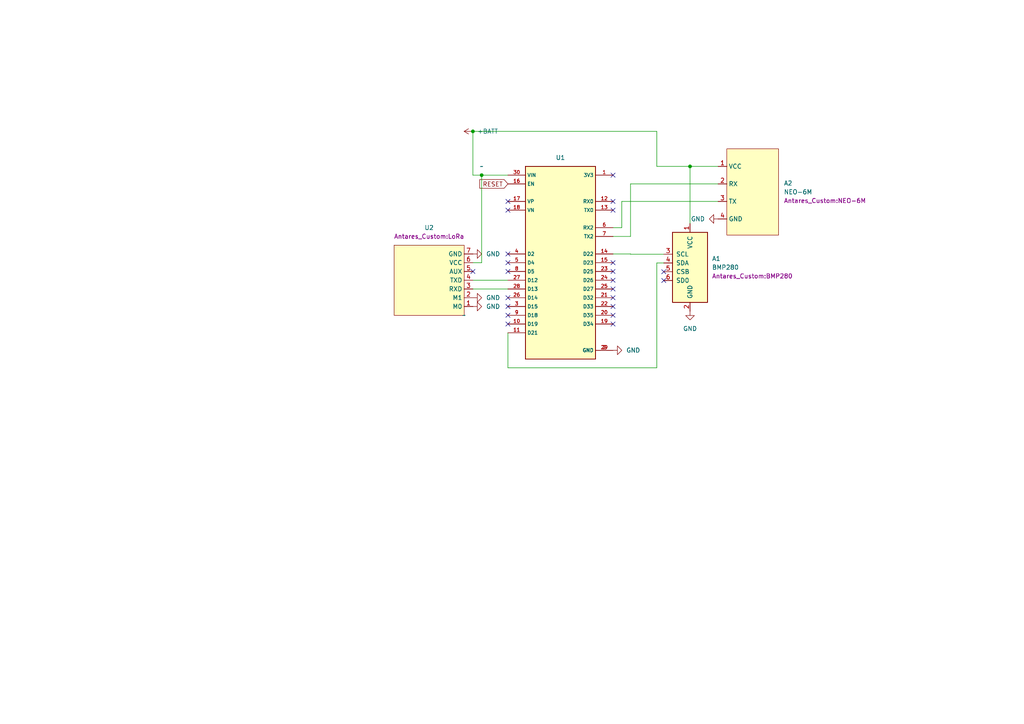
<source format=kicad_sch>
(kicad_sch
	(version 20231120)
	(generator "eeschema")
	(generator_version "8.0")
	(uuid "ee314b7e-1417-4534-a761-17626bd73253")
	(paper "A4")
	(lib_symbols
		(symbol "Antares_Custom:BMP280"
			(pin_names
				(offset 1.016)
			)
			(exclude_from_sim no)
			(in_bom yes)
			(on_board yes)
			(property "Reference" "A"
				(at -5.08 11.43 0)
				(effects
					(font
						(size 1.27 1.27)
					)
				)
			)
			(property "Value" "BMP280"
				(at 10.16 7.62 0)
				(effects
					(font
						(size 1.27 1.27)
					)
				)
			)
			(property "Footprint" "Antares_Custom:BMP280"
				(at 17.78 5.08 0)
				(effects
					(font
						(size 1.27 1.27)
					)
				)
			)
			(property "Datasheet" ""
				(at -5.08 11.43 0)
				(effects
					(font
						(size 1.27 1.27)
					)
					(hide yes)
				)
			)
			(property "Description" ""
				(at 0 0 0)
				(effects
					(font
						(size 1.27 1.27)
					)
					(hide yes)
				)
			)
			(symbol "BMP280_0_1"
				(rectangle
					(start -5.08 10.16)
					(end 5.08 -10.16)
					(stroke
						(width 0.254)
						(type solid)
					)
					(fill
						(type background)
					)
				)
			)
			(symbol "BMP280_1_1"
				(pin power_in line
					(at 0 12.7 270)
					(length 2.54)
					(name "VCC"
						(effects
							(font
								(size 1.27 1.27)
							)
						)
					)
					(number "1"
						(effects
							(font
								(size 1.27 1.27)
							)
						)
					)
				)
				(pin power_in line
					(at 0 -12.7 90)
					(length 2.54)
					(name "GND"
						(effects
							(font
								(size 1.27 1.27)
							)
						)
					)
					(number "2"
						(effects
							(font
								(size 1.27 1.27)
							)
						)
					)
				)
				(pin input line
					(at -7.62 3.81 0)
					(length 2.54)
					(name "SCL"
						(effects
							(font
								(size 1.27 1.27)
							)
						)
					)
					(number "3"
						(effects
							(font
								(size 1.27 1.27)
							)
						)
					)
				)
				(pin bidirectional line
					(at -7.62 1.27 0)
					(length 2.54)
					(name "SDA"
						(effects
							(font
								(size 1.27 1.27)
							)
						)
					)
					(number "4"
						(effects
							(font
								(size 1.27 1.27)
							)
						)
					)
				)
				(pin input line
					(at -7.62 -1.27 0)
					(length 2.54)
					(name "CSB"
						(effects
							(font
								(size 1.27 1.27)
							)
						)
					)
					(number "5"
						(effects
							(font
								(size 1.27 1.27)
							)
						)
					)
				)
				(pin input line
					(at -7.62 -3.81 0)
					(length 2.54)
					(name "SD0"
						(effects
							(font
								(size 1.27 1.27)
							)
						)
					)
					(number "6"
						(effects
							(font
								(size 1.27 1.27)
							)
						)
					)
				)
			)
		)
		(symbol "Antares_Custom:ESP32_Dev_Kit_1"
			(exclude_from_sim no)
			(in_bom yes)
			(on_board yes)
			(property "Reference" "U"
				(at 0 0 0)
				(effects
					(font
						(size 1.27 1.27)
					)
				)
			)
			(property "Value" ""
				(at 0 0 0)
				(effects
					(font
						(size 1.27 1.27)
					)
				)
			)
			(property "Footprint" "Antares_Custom:MODULE_ESP32_DEVKIT_V1"
				(at 0 0 0)
				(effects
					(font
						(size 1.27 1.27)
					)
					(hide yes)
				)
			)
			(property "Datasheet" ""
				(at 0 0 0)
				(effects
					(font
						(size 1.27 1.27)
					)
					(hide yes)
				)
			)
			(property "Description" ""
				(at 0 0 0)
				(effects
					(font
						(size 1.27 1.27)
					)
					(hide yes)
				)
			)
			(symbol "ESP32_Dev_Kit_1_0_0"
				(rectangle
					(start 12.7 0)
					(end 33.02 -55.88)
					(stroke
						(width 0.254)
						(type default)
					)
					(fill
						(type background)
					)
				)
				(pin output line
					(at 38.1 -2.54 180)
					(length 5.08)
					(name "3V3"
						(effects
							(font
								(size 1.016 1.016)
							)
						)
					)
					(number "1"
						(effects
							(font
								(size 1.016 1.016)
							)
						)
					)
				)
				(pin bidirectional line
					(at 7.62 -45.72 0)
					(length 5.08)
					(name "D19"
						(effects
							(font
								(size 1.016 1.016)
							)
						)
					)
					(number "10"
						(effects
							(font
								(size 1.016 1.016)
							)
						)
					)
				)
				(pin bidirectional line
					(at 7.62 -48.26 0)
					(length 5.08)
					(name "D21"
						(effects
							(font
								(size 1.016 1.016)
							)
						)
					)
					(number "11"
						(effects
							(font
								(size 1.016 1.016)
							)
						)
					)
				)
				(pin input line
					(at 38.1 -10.16 180)
					(length 5.08)
					(name "RX0"
						(effects
							(font
								(size 1.016 1.016)
							)
						)
					)
					(number "12"
						(effects
							(font
								(size 1.016 1.016)
							)
						)
					)
				)
				(pin output line
					(at 38.1 -12.7 180)
					(length 5.08)
					(name "TX0"
						(effects
							(font
								(size 1.016 1.016)
							)
						)
					)
					(number "13"
						(effects
							(font
								(size 1.016 1.016)
							)
						)
					)
				)
				(pin bidirectional line
					(at 38.1 -25.4 180)
					(length 5.08)
					(name "D22"
						(effects
							(font
								(size 1.016 1.016)
							)
						)
					)
					(number "14"
						(effects
							(font
								(size 1.016 1.016)
							)
						)
					)
				)
				(pin bidirectional line
					(at 38.1 -27.94 180)
					(length 5.08)
					(name "D23"
						(effects
							(font
								(size 1.016 1.016)
							)
						)
					)
					(number "15"
						(effects
							(font
								(size 1.016 1.016)
							)
						)
					)
				)
				(pin input line
					(at 7.62 -5.08 0)
					(length 5.08)
					(name "EN"
						(effects
							(font
								(size 1.016 1.016)
							)
						)
					)
					(number "16"
						(effects
							(font
								(size 1.016 1.016)
							)
						)
					)
				)
				(pin bidirectional line
					(at 7.62 -10.16 0)
					(length 5.08)
					(name "VP"
						(effects
							(font
								(size 1.016 1.016)
							)
						)
					)
					(number "17"
						(effects
							(font
								(size 1.016 1.016)
							)
						)
					)
				)
				(pin bidirectional line
					(at 7.62 -12.7 0)
					(length 5.08)
					(name "VN"
						(effects
							(font
								(size 1.016 1.016)
							)
						)
					)
					(number "18"
						(effects
							(font
								(size 1.016 1.016)
							)
						)
					)
				)
				(pin bidirectional line
					(at 38.1 -45.72 180)
					(length 5.08)
					(name "D34"
						(effects
							(font
								(size 1.016 1.016)
							)
						)
					)
					(number "19"
						(effects
							(font
								(size 1.016 1.016)
							)
						)
					)
				)
				(pin power_in line
					(at 38.1 -53.34 180)
					(length 5.08)
					(name "GND"
						(effects
							(font
								(size 1.016 1.016)
							)
						)
					)
					(number "2"
						(effects
							(font
								(size 1.016 1.016)
							)
						)
					)
				)
				(pin bidirectional line
					(at 38.1 -43.18 180)
					(length 5.08)
					(name "D35"
						(effects
							(font
								(size 1.016 1.016)
							)
						)
					)
					(number "20"
						(effects
							(font
								(size 1.016 1.016)
							)
						)
					)
				)
				(pin bidirectional line
					(at 38.1 -38.1 180)
					(length 5.08)
					(name "D32"
						(effects
							(font
								(size 1.016 1.016)
							)
						)
					)
					(number "21"
						(effects
							(font
								(size 1.016 1.016)
							)
						)
					)
				)
				(pin bidirectional line
					(at 38.1 -40.64 180)
					(length 5.08)
					(name "D33"
						(effects
							(font
								(size 1.016 1.016)
							)
						)
					)
					(number "22"
						(effects
							(font
								(size 1.016 1.016)
							)
						)
					)
				)
				(pin bidirectional line
					(at 38.1 -30.48 180)
					(length 5.08)
					(name "D25"
						(effects
							(font
								(size 1.016 1.016)
							)
						)
					)
					(number "23"
						(effects
							(font
								(size 1.016 1.016)
							)
						)
					)
				)
				(pin bidirectional line
					(at 38.1 -33.02 180)
					(length 5.08)
					(name "D26"
						(effects
							(font
								(size 1.016 1.016)
							)
						)
					)
					(number "24"
						(effects
							(font
								(size 1.016 1.016)
							)
						)
					)
				)
				(pin bidirectional line
					(at 38.1 -35.56 180)
					(length 5.08)
					(name "D27"
						(effects
							(font
								(size 1.016 1.016)
							)
						)
					)
					(number "25"
						(effects
							(font
								(size 1.016 1.016)
							)
						)
					)
				)
				(pin bidirectional line
					(at 7.62 -38.1 0)
					(length 5.08)
					(name "D14"
						(effects
							(font
								(size 1.016 1.016)
							)
						)
					)
					(number "26"
						(effects
							(font
								(size 1.016 1.016)
							)
						)
					)
				)
				(pin bidirectional line
					(at 7.62 -33.02 0)
					(length 5.08)
					(name "D12"
						(effects
							(font
								(size 1.016 1.016)
							)
						)
					)
					(number "27"
						(effects
							(font
								(size 1.016 1.016)
							)
						)
					)
				)
				(pin bidirectional line
					(at 7.62 -35.56 0)
					(length 5.08)
					(name "D13"
						(effects
							(font
								(size 1.016 1.016)
							)
						)
					)
					(number "28"
						(effects
							(font
								(size 1.016 1.016)
							)
						)
					)
				)
				(pin power_in line
					(at 38.1 -53.34 180)
					(length 5.08)
					(name "GND"
						(effects
							(font
								(size 1.016 1.016)
							)
						)
					)
					(number "29"
						(effects
							(font
								(size 1.016 1.016)
							)
						)
					)
				)
				(pin bidirectional line
					(at 7.62 -40.64 0)
					(length 5.08)
					(name "D15"
						(effects
							(font
								(size 1.016 1.016)
							)
						)
					)
					(number "3"
						(effects
							(font
								(size 1.016 1.016)
							)
						)
					)
				)
				(pin input line
					(at 7.62 -2.54 0)
					(length 5.08)
					(name "VIN"
						(effects
							(font
								(size 1.016 1.016)
							)
						)
					)
					(number "30"
						(effects
							(font
								(size 1.016 1.016)
							)
						)
					)
				)
				(pin bidirectional line
					(at 7.62 -25.4 0)
					(length 5.08)
					(name "D2"
						(effects
							(font
								(size 1.016 1.016)
							)
						)
					)
					(number "4"
						(effects
							(font
								(size 1.016 1.016)
							)
						)
					)
				)
				(pin bidirectional line
					(at 7.62 -27.94 0)
					(length 5.08)
					(name "D4"
						(effects
							(font
								(size 1.016 1.016)
							)
						)
					)
					(number "5"
						(effects
							(font
								(size 1.016 1.016)
							)
						)
					)
				)
				(pin input line
					(at 38.1 -17.78 180)
					(length 5.08)
					(name "RX2"
						(effects
							(font
								(size 1.016 1.016)
							)
						)
					)
					(number "6"
						(effects
							(font
								(size 1.016 1.016)
							)
						)
					)
				)
				(pin output line
					(at 38.1 -20.32 180)
					(length 5.08)
					(name "TX2"
						(effects
							(font
								(size 1.016 1.016)
							)
						)
					)
					(number "7"
						(effects
							(font
								(size 1.016 1.016)
							)
						)
					)
				)
				(pin bidirectional line
					(at 7.62 -30.48 0)
					(length 5.08)
					(name "D5"
						(effects
							(font
								(size 1.016 1.016)
							)
						)
					)
					(number "8"
						(effects
							(font
								(size 1.016 1.016)
							)
						)
					)
				)
				(pin bidirectional line
					(at 7.62 -43.18 0)
					(length 5.08)
					(name "D18"
						(effects
							(font
								(size 1.016 1.016)
							)
						)
					)
					(number "9"
						(effects
							(font
								(size 1.016 1.016)
							)
						)
					)
				)
			)
		)
		(symbol "Antares_Custom:LoRa"
			(exclude_from_sim no)
			(in_bom yes)
			(on_board yes)
			(property "Reference" "U"
				(at 10.16 5.08 0)
				(effects
					(font
						(size 1.27 1.27)
					)
				)
			)
			(property "Value" ""
				(at 0 0 0)
				(effects
					(font
						(size 1.27 1.27)
					)
				)
			)
			(property "Footprint" "Antares_Custom:LoRa"
				(at 10.16 2.54 0)
				(effects
					(font
						(size 1.27 1.27)
					)
				)
			)
			(property "Datasheet" ""
				(at 0 0 0)
				(effects
					(font
						(size 1.27 1.27)
					)
					(hide yes)
				)
			)
			(property "Description" ""
				(at 0 0 0)
				(effects
					(font
						(size 1.27 1.27)
					)
					(hide yes)
				)
			)
			(symbol "LoRa_1_1"
				(rectangle
					(start 0 0)
					(end 20.32 -20.32)
					(stroke
						(width 0)
						(type default)
					)
					(fill
						(type background)
					)
				)
				(pin input line
					(at -2.54 -2.54 0)
					(length 2.54)
					(name "M0"
						(effects
							(font
								(size 1.27 1.27)
							)
						)
					)
					(number "1"
						(effects
							(font
								(size 1.27 1.27)
							)
						)
					)
				)
				(pin input line
					(at -2.54 -5.08 0)
					(length 2.54)
					(name "M1"
						(effects
							(font
								(size 1.27 1.27)
							)
						)
					)
					(number "2"
						(effects
							(font
								(size 1.27 1.27)
							)
						)
					)
				)
				(pin input line
					(at -2.54 -7.62 0)
					(length 2.54)
					(name "RXD"
						(effects
							(font
								(size 1.27 1.27)
							)
						)
					)
					(number "3"
						(effects
							(font
								(size 1.27 1.27)
							)
						)
					)
				)
				(pin output line
					(at -2.54 -10.16 0)
					(length 2.54)
					(name "TXD"
						(effects
							(font
								(size 1.27 1.27)
							)
						)
					)
					(number "4"
						(effects
							(font
								(size 1.27 1.27)
							)
						)
					)
				)
				(pin output line
					(at -2.54 -12.7 0)
					(length 2.54)
					(name "AUX"
						(effects
							(font
								(size 1.27 1.27)
							)
						)
					)
					(number "5"
						(effects
							(font
								(size 1.27 1.27)
							)
						)
					)
				)
				(pin input line
					(at -2.54 -15.24 0)
					(length 2.54)
					(name "VCC"
						(effects
							(font
								(size 1.27 1.27)
							)
						)
					)
					(number "6"
						(effects
							(font
								(size 1.27 1.27)
							)
						)
					)
				)
				(pin input line
					(at -2.54 -17.78 0)
					(length 2.54)
					(name "GND"
						(effects
							(font
								(size 1.27 1.27)
							)
						)
					)
					(number "7"
						(effects
							(font
								(size 1.27 1.27)
							)
						)
					)
				)
			)
		)
		(symbol "Antares_Custom:NEO-6M"
			(exclude_from_sim no)
			(in_bom yes)
			(on_board yes)
			(property "Reference" "A"
				(at 7.62 5.08 0)
				(effects
					(font
						(size 1.27 1.27)
					)
				)
			)
			(property "Value" "NEO-6M"
				(at 7.62 2.54 0)
				(effects
					(font
						(size 1.27 1.27)
					)
				)
			)
			(property "Footprint" "Antares_Custom:NEO-6M"
				(at 27.94 -12.7 0)
				(effects
					(font
						(size 1.27 1.27)
					)
				)
			)
			(property "Datasheet" ""
				(at 0 0 0)
				(effects
					(font
						(size 1.27 1.27)
					)
					(hide yes)
				)
			)
			(property "Description" ""
				(at 0 0 0)
				(effects
					(font
						(size 1.27 1.27)
					)
					(hide yes)
				)
			)
			(symbol "NEO-6M_1_1"
				(rectangle
					(start 0 0)
					(end 15 -25)
					(stroke
						(width 0)
						(type default)
					)
					(fill
						(type background)
					)
				)
				(pin power_in line
					(at -2.54 -5.08 0)
					(length 2.54)
					(name "VCC"
						(effects
							(font
								(size 1.27 1.27)
							)
						)
					)
					(number "1"
						(effects
							(font
								(size 1.27 1.27)
							)
						)
					)
				)
				(pin input line
					(at -2.54 -10.16 0)
					(length 2.54)
					(name "RX"
						(effects
							(font
								(size 1.27 1.27)
							)
						)
					)
					(number "2"
						(effects
							(font
								(size 1.27 1.27)
							)
						)
					)
				)
				(pin output line
					(at -2.54 -15.24 0)
					(length 2.54)
					(name "TX"
						(effects
							(font
								(size 1.27 1.27)
							)
						)
					)
					(number "3"
						(effects
							(font
								(size 1.27 1.27)
							)
						)
					)
				)
				(pin power_in line
					(at -2.54 -20.32 0)
					(length 2.54)
					(name "GND"
						(effects
							(font
								(size 1.27 1.27)
							)
						)
					)
					(number "4"
						(effects
							(font
								(size 1.27 1.27)
							)
						)
					)
				)
			)
		)
		(symbol "power:+BATT"
			(power)
			(pin_names
				(offset 0)
			)
			(exclude_from_sim no)
			(in_bom yes)
			(on_board yes)
			(property "Reference" "#PWR"
				(at 0 -3.81 0)
				(effects
					(font
						(size 1.27 1.27)
					)
					(hide yes)
				)
			)
			(property "Value" "+BATT"
				(at 0 3.556 0)
				(effects
					(font
						(size 1.27 1.27)
					)
				)
			)
			(property "Footprint" ""
				(at 0 0 0)
				(effects
					(font
						(size 1.27 1.27)
					)
					(hide yes)
				)
			)
			(property "Datasheet" ""
				(at 0 0 0)
				(effects
					(font
						(size 1.27 1.27)
					)
					(hide yes)
				)
			)
			(property "Description" "Power symbol creates a global label with name \"+BATT\""
				(at 0 0 0)
				(effects
					(font
						(size 1.27 1.27)
					)
					(hide yes)
				)
			)
			(property "ki_keywords" "global power battery"
				(at 0 0 0)
				(effects
					(font
						(size 1.27 1.27)
					)
					(hide yes)
				)
			)
			(symbol "+BATT_0_1"
				(polyline
					(pts
						(xy -0.762 1.27) (xy 0 2.54)
					)
					(stroke
						(width 0)
						(type default)
					)
					(fill
						(type none)
					)
				)
				(polyline
					(pts
						(xy 0 0) (xy 0 2.54)
					)
					(stroke
						(width 0)
						(type default)
					)
					(fill
						(type none)
					)
				)
				(polyline
					(pts
						(xy 0 2.54) (xy 0.762 1.27)
					)
					(stroke
						(width 0)
						(type default)
					)
					(fill
						(type none)
					)
				)
			)
			(symbol "+BATT_1_1"
				(pin power_in line
					(at 0 0 90)
					(length 0) hide
					(name "+BATT"
						(effects
							(font
								(size 1.27 1.27)
							)
						)
					)
					(number "1"
						(effects
							(font
								(size 1.27 1.27)
							)
						)
					)
				)
			)
		)
		(symbol "power:GND"
			(power)
			(pin_names
				(offset 0)
			)
			(exclude_from_sim no)
			(in_bom yes)
			(on_board yes)
			(property "Reference" "#PWR"
				(at 0 -6.35 0)
				(effects
					(font
						(size 1.27 1.27)
					)
					(hide yes)
				)
			)
			(property "Value" "GND"
				(at 0 -3.81 0)
				(effects
					(font
						(size 1.27 1.27)
					)
				)
			)
			(property "Footprint" ""
				(at 0 0 0)
				(effects
					(font
						(size 1.27 1.27)
					)
					(hide yes)
				)
			)
			(property "Datasheet" ""
				(at 0 0 0)
				(effects
					(font
						(size 1.27 1.27)
					)
					(hide yes)
				)
			)
			(property "Description" "Power symbol creates a global label with name \"GND\" , ground"
				(at 0 0 0)
				(effects
					(font
						(size 1.27 1.27)
					)
					(hide yes)
				)
			)
			(property "ki_keywords" "global power"
				(at 0 0 0)
				(effects
					(font
						(size 1.27 1.27)
					)
					(hide yes)
				)
			)
			(symbol "GND_0_1"
				(polyline
					(pts
						(xy 0 0) (xy 0 -1.27) (xy 1.27 -1.27) (xy 0 -2.54) (xy -1.27 -1.27) (xy 0 -1.27)
					)
					(stroke
						(width 0)
						(type default)
					)
					(fill
						(type none)
					)
				)
			)
			(symbol "GND_1_1"
				(pin power_in line
					(at 0 0 270)
					(length 0) hide
					(name "GND"
						(effects
							(font
								(size 1.27 1.27)
							)
						)
					)
					(number "1"
						(effects
							(font
								(size 1.27 1.27)
							)
						)
					)
				)
			)
		)
	)
	(junction
		(at 137.16 38.1)
		(diameter 0)
		(color 0 0 0 0)
		(uuid "65aedfcc-2298-47ea-a404-7047d16ec96e")
	)
	(junction
		(at 200.136 48.26)
		(diameter 0)
		(color 0 0 0 0)
		(uuid "7572c5d6-def1-490b-aa0a-25b4f5593510")
	)
	(junction
		(at 139.7 50.8)
		(diameter 0)
		(color 0 0 0 0)
		(uuid "ae085ce6-89cf-4b59-9371-984949b52bdb")
	)
	(no_connect
		(at 177.8 58.42)
		(uuid "0221a36f-37cd-462e-bf0a-68e8b65b8958")
	)
	(no_connect
		(at 147.32 91.44)
		(uuid "03eb58b4-4063-4b54-9cde-853f32fb9e83")
	)
	(no_connect
		(at 147.32 86.36)
		(uuid "0c4c658b-27cd-409c-a0a6-50f1f9e54cae")
	)
	(no_connect
		(at 147.32 78.74)
		(uuid "148e7cbb-3b24-4e3a-9cd0-60db146c1cd8")
	)
	(no_connect
		(at 177.8 76.2)
		(uuid "16a5bbfa-a69a-4dfc-bab5-ebdeb4c03357")
	)
	(no_connect
		(at 147.32 58.42)
		(uuid "44bb7c15-5cc5-496a-a0f2-f53822446870")
	)
	(no_connect
		(at 147.32 60.96)
		(uuid "61007e4f-8827-4c56-8d99-1f9fa417f8d3")
	)
	(no_connect
		(at 147.32 73.66)
		(uuid "7855edbd-ff2d-4a4e-9a5c-af912290ffd1")
	)
	(no_connect
		(at 177.8 86.36)
		(uuid "7a79a19b-f423-409d-87b5-2fc049dab883")
	)
	(no_connect
		(at 192.516 81.3538)
		(uuid "7cbf9bde-def4-4ce8-a2f9-d4bdacd12db8")
	)
	(no_connect
		(at 177.8 50.8)
		(uuid "812fea45-5b22-4d8e-838f-0ba1f5b64860")
	)
	(no_connect
		(at 137.16 78.74)
		(uuid "8f4f9b4c-04c6-4046-ab2e-4f9e1552fe3f")
	)
	(no_connect
		(at 147.32 88.9)
		(uuid "a9b30712-82ff-41e8-9708-a7a9d3ff4889")
	)
	(no_connect
		(at 177.8 88.9)
		(uuid "ad07567a-6fab-4d77-8ec8-2f2c7debfeea")
	)
	(no_connect
		(at 147.32 93.98)
		(uuid "b5dfe996-23a6-4776-b975-6c691a727048")
	)
	(no_connect
		(at 177.8 78.74)
		(uuid "c2b30438-cefa-4737-b95e-5a1c59f09524")
	)
	(no_connect
		(at 177.8 93.98)
		(uuid "cbf698bb-ffc6-423c-b946-cc5032f5b15b")
	)
	(no_connect
		(at 147.32 76.2)
		(uuid "f0dfad5c-8268-4cd8-895f-d32bf922d324")
	)
	(no_connect
		(at 192.516 78.8138)
		(uuid "f38ad25b-ec6d-47dd-820c-2d9f042db6a8")
	)
	(no_connect
		(at 177.8 91.44)
		(uuid "f48862c6-95c7-4e44-bf48-b51113f43fee")
	)
	(no_connect
		(at 177.8 83.82)
		(uuid "f4c865fc-1e88-44ae-913e-9c5c342c985c")
	)
	(no_connect
		(at 177.8 60.96)
		(uuid "f86bb49b-cf07-4a5d-9617-aa38a3d47ae4")
	)
	(no_connect
		(at 177.8 81.28)
		(uuid "fe4bc9de-d1c0-40b8-aaf1-0c06471742ea")
	)
	(wire
		(pts
			(xy 147.32 50.8) (xy 139.7 50.8)
		)
		(stroke
			(width 0)
			(type default)
		)
		(uuid "0eef5118-c16a-4dbc-a311-ec84945628a2")
	)
	(wire
		(pts
			(xy 177.8 68.58) (xy 182.88 68.58)
		)
		(stroke
			(width 0)
			(type default)
		)
		(uuid "0f9bc57b-4896-4d1b-b0de-96533b482759")
	)
	(wire
		(pts
			(xy 190.5 106.68) (xy 147.32 106.68)
		)
		(stroke
			(width 0)
			(type default)
		)
		(uuid "107df638-02c1-489c-b38a-ec3aab8c4a2d")
	)
	(wire
		(pts
			(xy 139.7 76.2) (xy 139.7 50.8)
		)
		(stroke
			(width 0)
			(type default)
		)
		(uuid "12b59d38-dfdd-424a-ac46-ce2310dc987f")
	)
	(wire
		(pts
			(xy 180.34 58.42) (xy 180.34 66.04)
		)
		(stroke
			(width 0)
			(type default)
		)
		(uuid "1c8e9be2-0e15-47ef-85c9-eb7f9a9a4ea1")
	)
	(wire
		(pts
			(xy 192.516 73.7338) (xy 182.88 73.7338)
		)
		(stroke
			(width 0)
			(type default)
		)
		(uuid "26c661f8-eaeb-435c-800c-f12ce1b1310f")
	)
	(wire
		(pts
			(xy 137.16 38.1) (xy 137.16 50.8)
		)
		(stroke
			(width 0)
			(type default)
		)
		(uuid "2fa2842f-07b8-454d-97d9-835a291f0f3d")
	)
	(wire
		(pts
			(xy 200.136 48.26) (xy 208.28 48.26)
		)
		(stroke
			(width 0)
			(type default)
		)
		(uuid "4520db18-92a2-4671-948c-ffb5c1524add")
	)
	(wire
		(pts
			(xy 182.88 53.34) (xy 182.88 68.58)
		)
		(stroke
			(width 0)
			(type default)
		)
		(uuid "4d092b4f-ff91-4d36-a595-0a3a238770d0")
	)
	(wire
		(pts
			(xy 192.516 76.2738) (xy 190.5 76.2738)
		)
		(stroke
			(width 0)
			(type default)
		)
		(uuid "4e3722ef-8ecd-4bba-be6c-5da18f4022ed")
	)
	(wire
		(pts
			(xy 139.7 50.8) (xy 137.16 50.8)
		)
		(stroke
			(width 0)
			(type default)
		)
		(uuid "51ad4d87-2625-431f-82c0-f133be41de10")
	)
	(wire
		(pts
			(xy 182.88 73.7338) (xy 182.88 73.66)
		)
		(stroke
			(width 0)
			(type default)
		)
		(uuid "5532ae46-fa33-45e0-917f-2c771c485888")
	)
	(wire
		(pts
			(xy 137.16 81.28) (xy 147.32 81.28)
		)
		(stroke
			(width 0)
			(type default)
		)
		(uuid "5c1785d6-a3d9-4307-9539-9e4ca3d77dd1")
	)
	(wire
		(pts
			(xy 147.32 106.68) (xy 147.32 96.52)
		)
		(stroke
			(width 0)
			(type default)
		)
		(uuid "6b15aeaa-6058-4dfb-b359-1a2e535f699d")
	)
	(wire
		(pts
			(xy 190.5 38.1) (xy 137.16 38.1)
		)
		(stroke
			(width 0)
			(type default)
		)
		(uuid "74b9850c-b753-4d7d-8f84-c83bd086101f")
	)
	(wire
		(pts
			(xy 208.28 53.34) (xy 182.88 53.34)
		)
		(stroke
			(width 0)
			(type default)
		)
		(uuid "8034303b-8e99-44a0-8310-8b169dfc00e2")
	)
	(wire
		(pts
			(xy 137.16 83.82) (xy 147.32 83.82)
		)
		(stroke
			(width 0)
			(type default)
		)
		(uuid "85cf4414-5c0b-4998-bbf0-8fe4e723e8be")
	)
	(wire
		(pts
			(xy 190.5 76.2738) (xy 190.5 106.68)
		)
		(stroke
			(width 0)
			(type default)
		)
		(uuid "91fc3a93-d182-44f7-ad81-8decaf9369a4")
	)
	(wire
		(pts
			(xy 190.5 48.26) (xy 190.5 38.1)
		)
		(stroke
			(width 0)
			(type default)
		)
		(uuid "a117d0b1-fc5e-4076-899a-0e41d3f76cac")
	)
	(wire
		(pts
			(xy 208.28 58.42) (xy 180.34 58.42)
		)
		(stroke
			(width 0)
			(type default)
		)
		(uuid "d3dfa30e-860d-4faf-b4c7-85be052cf391")
	)
	(wire
		(pts
			(xy 182.88 73.66) (xy 177.8 73.66)
		)
		(stroke
			(width 0)
			(type default)
		)
		(uuid "de81f91f-fbdb-4086-a9d3-abce3ca7acff")
	)
	(wire
		(pts
			(xy 190.5 48.26) (xy 200.136 48.26)
		)
		(stroke
			(width 0)
			(type default)
		)
		(uuid "e126b188-533a-445f-915f-c4c18ee7b872")
	)
	(wire
		(pts
			(xy 180.34 66.04) (xy 177.8 66.04)
		)
		(stroke
			(width 0)
			(type default)
		)
		(uuid "e17fbacc-e5ce-4087-9103-8a6ea39a7bac")
	)
	(wire
		(pts
			(xy 137.16 76.2) (xy 139.7 76.2)
		)
		(stroke
			(width 0)
			(type default)
		)
		(uuid "e44dd1bf-af08-409f-a32c-e3ba3a6eef5f")
	)
	(wire
		(pts
			(xy 200.136 64.8438) (xy 200.136 48.26)
		)
		(stroke
			(width 0)
			(type default)
		)
		(uuid "f975fc50-db1c-4465-8734-12660e2d8aa4")
	)
	(global_label "RESET"
		(shape input)
		(at 147.32 53.34 180)
		(fields_autoplaced yes)
		(effects
			(font
				(size 1.27 1.27)
			)
			(justify right)
		)
		(uuid "62fc7d22-d02c-47f5-96a3-53cd1a66b30e")
		(property "Intersheetrefs" "${INTERSHEET_REFS}"
			(at 138.5897 53.34 0)
			(effects
				(font
					(size 1.27 1.27)
				)
				(justify right)
				(hide yes)
			)
		)
	)
	(symbol
		(lib_id "power:GND")
		(at 137.16 88.9 90)
		(unit 1)
		(exclude_from_sim no)
		(in_bom yes)
		(on_board yes)
		(dnp no)
		(fields_autoplaced yes)
		(uuid "0b34ec71-2d87-4dbf-b8f1-18666010d06d")
		(property "Reference" "#PWR02"
			(at 143.51 88.9 0)
			(effects
				(font
					(size 1.27 1.27)
				)
				(hide yes)
			)
		)
		(property "Value" "GND"
			(at 140.97 88.9 90)
			(effects
				(font
					(size 1.27 1.27)
				)
				(justify right)
			)
		)
		(property "Footprint" ""
			(at 137.16 88.9 0)
			(effects
				(font
					(size 1.27 1.27)
				)
				(hide yes)
			)
		)
		(property "Datasheet" ""
			(at 137.16 88.9 0)
			(effects
				(font
					(size 1.27 1.27)
				)
				(hide yes)
			)
		)
		(property "Description" ""
			(at 137.16 88.9 0)
			(effects
				(font
					(size 1.27 1.27)
				)
				(hide yes)
			)
		)
		(pin "1"
			(uuid "f8f22f8b-8616-4a19-aab3-f92de47e3e93")
		)
		(instances
			(project "Telemetry_ESP"
				(path "/ee314b7e-1417-4534-a761-17626bd73253"
					(reference "#PWR02")
					(unit 1)
				)
			)
		)
	)
	(symbol
		(lib_id "power:GND")
		(at 200.136 90.2438 0)
		(unit 1)
		(exclude_from_sim no)
		(in_bom yes)
		(on_board yes)
		(dnp no)
		(fields_autoplaced yes)
		(uuid "125043f3-8585-4a95-b18f-49e3ddb88478")
		(property "Reference" "#PWR07"
			(at 200.136 96.5938 0)
			(effects
				(font
					(size 1.27 1.27)
				)
				(hide yes)
			)
		)
		(property "Value" "GND"
			(at 200.136 95.3238 0)
			(effects
				(font
					(size 1.27 1.27)
				)
			)
		)
		(property "Footprint" ""
			(at 200.136 90.2438 0)
			(effects
				(font
					(size 1.27 1.27)
				)
				(hide yes)
			)
		)
		(property "Datasheet" ""
			(at 200.136 90.2438 0)
			(effects
				(font
					(size 1.27 1.27)
				)
				(hide yes)
			)
		)
		(property "Description" ""
			(at 200.136 90.2438 0)
			(effects
				(font
					(size 1.27 1.27)
				)
				(hide yes)
			)
		)
		(pin "1"
			(uuid "6d2b0098-a4cf-4fce-8aa8-55bfb14e4eb3")
		)
		(instances
			(project "Telemetry_ESP"
				(path "/ee314b7e-1417-4534-a761-17626bd73253"
					(reference "#PWR07")
					(unit 1)
				)
			)
		)
	)
	(symbol
		(lib_id "Antares_Custom:NEO-6M")
		(at 210.82 43.18 0)
		(unit 1)
		(exclude_from_sim no)
		(in_bom yes)
		(on_board yes)
		(dnp no)
		(fields_autoplaced yes)
		(uuid "22bbd9f5-d67a-4143-854c-194fedf9e27d")
		(property "Reference" "A2"
			(at 227.33 53.14 0)
			(effects
				(font
					(size 1.27 1.27)
				)
				(justify left)
			)
		)
		(property "Value" "NEO-6M"
			(at 227.33 55.68 0)
			(effects
				(font
					(size 1.27 1.27)
				)
				(justify left)
			)
		)
		(property "Footprint" "Antares_Custom:NEO-6M"
			(at 227.33 58.22 0)
			(effects
				(font
					(size 1.27 1.27)
				)
				(justify left)
			)
		)
		(property "Datasheet" ""
			(at 210.82 43.18 0)
			(effects
				(font
					(size 1.27 1.27)
				)
				(hide yes)
			)
		)
		(property "Description" ""
			(at 210.82 43.18 0)
			(effects
				(font
					(size 1.27 1.27)
				)
				(hide yes)
			)
		)
		(pin "1"
			(uuid "c7ae27d1-a8d0-44bf-a3a3-cbc205da7c28")
		)
		(pin "2"
			(uuid "2c2d35c3-cb91-4be9-853a-f516a5fc6c4f")
		)
		(pin "4"
			(uuid "09355c9b-e0d8-457a-a788-0500699a4c4b")
		)
		(pin "3"
			(uuid "cdfd0110-57e4-46a3-b4b4-a454f6e8a1c4")
		)
		(instances
			(project "Telemetry_ESP"
				(path "/ee314b7e-1417-4534-a761-17626bd73253"
					(reference "A2")
					(unit 1)
				)
			)
		)
	)
	(symbol
		(lib_id "Antares_Custom:BMP280")
		(at 200.136 77.5438 0)
		(unit 1)
		(exclude_from_sim no)
		(in_bom yes)
		(on_board yes)
		(dnp no)
		(fields_autoplaced yes)
		(uuid "24882cd5-b566-414d-9fb7-43a83eda2f07")
		(property "Reference" "A1"
			(at 206.486 75.0038 0)
			(effects
				(font
					(size 1.27 1.27)
				)
				(justify left)
			)
		)
		(property "Value" "BMP280"
			(at 206.486 77.5438 0)
			(effects
				(font
					(size 1.27 1.27)
				)
				(justify left)
			)
		)
		(property "Footprint" "Antares_Custom:BMP280"
			(at 206.486 80.0838 0)
			(effects
				(font
					(size 1.27 1.27)
				)
				(justify left)
			)
		)
		(property "Datasheet" ""
			(at 195.056 66.1138 0)
			(effects
				(font
					(size 1.27 1.27)
				)
				(hide yes)
			)
		)
		(property "Description" ""
			(at 200.136 77.5438 0)
			(effects
				(font
					(size 1.27 1.27)
				)
				(hide yes)
			)
		)
		(pin "6"
			(uuid "45d8ccb2-8b84-4d2b-9adc-5649eaf32abe")
		)
		(pin "1"
			(uuid "b2e4583c-afef-48ab-b832-be7c87c225f2")
		)
		(pin "3"
			(uuid "c135abb4-564d-415e-a2cd-14d08bd62319")
		)
		(pin "4"
			(uuid "ddceb0d2-2a52-455c-9a83-f2e7e1d8eba3")
		)
		(pin "5"
			(uuid "a96ac951-2203-45e3-a8b8-1240cd070730")
		)
		(pin "2"
			(uuid "fcbbf781-f984-4891-8462-f4dfa7cb800a")
		)
		(instances
			(project "Telemetry_ESP"
				(path "/ee314b7e-1417-4534-a761-17626bd73253"
					(reference "A1")
					(unit 1)
				)
			)
		)
	)
	(symbol
		(lib_id "power:GND")
		(at 177.8 101.6 90)
		(unit 1)
		(exclude_from_sim no)
		(in_bom yes)
		(on_board yes)
		(dnp no)
		(fields_autoplaced yes)
		(uuid "2b2b5c5b-fff4-4f2d-903d-d60ef9754b52")
		(property "Reference" "#PWR05"
			(at 184.15 101.6 0)
			(effects
				(font
					(size 1.27 1.27)
				)
				(hide yes)
			)
		)
		(property "Value" "GND"
			(at 181.61 101.6 90)
			(effects
				(font
					(size 1.27 1.27)
				)
				(justify right)
			)
		)
		(property "Footprint" ""
			(at 177.8 101.6 0)
			(effects
				(font
					(size 1.27 1.27)
				)
				(hide yes)
			)
		)
		(property "Datasheet" ""
			(at 177.8 101.6 0)
			(effects
				(font
					(size 1.27 1.27)
				)
				(hide yes)
			)
		)
		(property "Description" ""
			(at 177.8 101.6 0)
			(effects
				(font
					(size 1.27 1.27)
				)
				(hide yes)
			)
		)
		(pin "1"
			(uuid "14358580-7b78-49e1-b3ba-29702dfcdd00")
		)
		(instances
			(project "Telemetry_ESP"
				(path "/ee314b7e-1417-4534-a761-17626bd73253"
					(reference "#PWR05")
					(unit 1)
				)
			)
		)
	)
	(symbol
		(lib_id "Antares_Custom:LoRa")
		(at 134.62 91.44 180)
		(unit 1)
		(exclude_from_sim no)
		(in_bom yes)
		(on_board yes)
		(dnp no)
		(fields_autoplaced yes)
		(uuid "49535189-6b6d-4f6f-9065-69bf4a6ac357")
		(property "Reference" "U2"
			(at 124.46 66.04 0)
			(effects
				(font
					(size 1.27 1.27)
				)
			)
		)
		(property "Value" "~"
			(at 134.62 91.44 0)
			(effects
				(font
					(size 1.27 1.27)
				)
			)
		)
		(property "Footprint" "Antares_Custom:LoRa"
			(at 124.46 68.58 0)
			(effects
				(font
					(size 1.27 1.27)
				)
			)
		)
		(property "Datasheet" ""
			(at 134.62 91.44 0)
			(effects
				(font
					(size 1.27 1.27)
				)
				(hide yes)
			)
		)
		(property "Description" ""
			(at 134.62 91.44 0)
			(effects
				(font
					(size 1.27 1.27)
				)
				(hide yes)
			)
		)
		(pin "5"
			(uuid "c07c0d5c-78e8-4cb4-a704-bbede377b4a2")
		)
		(pin "2"
			(uuid "579533b9-2c2a-4081-a277-a65b5823d5a2")
		)
		(pin "3"
			(uuid "1da81233-37c8-4e3d-b1d1-4f8ac7c93d61")
		)
		(pin "6"
			(uuid "fe6386a9-3052-4dc0-92de-823e5aa47eb5")
		)
		(pin "7"
			(uuid "ee72aed6-3143-4fc1-80a8-91f1a1400f2e")
		)
		(pin "4"
			(uuid "ae6c1981-b4b4-4f80-be0d-dd3954661193")
		)
		(pin "1"
			(uuid "587556da-c928-401d-a87e-a7eb92e5e9a8")
		)
		(instances
			(project "Telemetry_ESP"
				(path "/ee314b7e-1417-4534-a761-17626bd73253"
					(reference "U2")
					(unit 1)
				)
			)
		)
	)
	(symbol
		(lib_id "power:GND")
		(at 137.16 86.36 90)
		(unit 1)
		(exclude_from_sim no)
		(in_bom yes)
		(on_board yes)
		(dnp no)
		(fields_autoplaced yes)
		(uuid "6931b2fc-ccfa-47ce-82ce-81d7219a5f0b")
		(property "Reference" "#PWR03"
			(at 143.51 86.36 0)
			(effects
				(font
					(size 1.27 1.27)
				)
				(hide yes)
			)
		)
		(property "Value" "GND"
			(at 140.97 86.36 90)
			(effects
				(font
					(size 1.27 1.27)
				)
				(justify right)
			)
		)
		(property "Footprint" ""
			(at 137.16 86.36 0)
			(effects
				(font
					(size 1.27 1.27)
				)
				(hide yes)
			)
		)
		(property "Datasheet" ""
			(at 137.16 86.36 0)
			(effects
				(font
					(size 1.27 1.27)
				)
				(hide yes)
			)
		)
		(property "Description" ""
			(at 137.16 86.36 0)
			(effects
				(font
					(size 1.27 1.27)
				)
				(hide yes)
			)
		)
		(pin "1"
			(uuid "2dd3d91c-e71e-4027-8f83-69b74b17c2f8")
		)
		(instances
			(project "Telemetry_ESP"
				(path "/ee314b7e-1417-4534-a761-17626bd73253"
					(reference "#PWR03")
					(unit 1)
				)
			)
		)
	)
	(symbol
		(lib_id "power:GND")
		(at 137.16 73.66 90)
		(unit 1)
		(exclude_from_sim no)
		(in_bom yes)
		(on_board yes)
		(dnp no)
		(fields_autoplaced yes)
		(uuid "824a14de-7fac-49f7-96db-e886306cafd8")
		(property "Reference" "#PWR04"
			(at 143.51 73.66 0)
			(effects
				(font
					(size 1.27 1.27)
				)
				(hide yes)
			)
		)
		(property "Value" "GND"
			(at 140.97 73.66 90)
			(effects
				(font
					(size 1.27 1.27)
				)
				(justify right)
			)
		)
		(property "Footprint" ""
			(at 137.16 73.66 0)
			(effects
				(font
					(size 1.27 1.27)
				)
				(hide yes)
			)
		)
		(property "Datasheet" ""
			(at 137.16 73.66 0)
			(effects
				(font
					(size 1.27 1.27)
				)
				(hide yes)
			)
		)
		(property "Description" ""
			(at 137.16 73.66 0)
			(effects
				(font
					(size 1.27 1.27)
				)
				(hide yes)
			)
		)
		(pin "1"
			(uuid "958358b4-83b6-4344-ac7c-5bdde0a087b6")
		)
		(instances
			(project "Telemetry_ESP"
				(path "/ee314b7e-1417-4534-a761-17626bd73253"
					(reference "#PWR04")
					(unit 1)
				)
			)
		)
	)
	(symbol
		(lib_id "power:GND")
		(at 208.28 63.5 270)
		(unit 1)
		(exclude_from_sim no)
		(in_bom yes)
		(on_board yes)
		(dnp no)
		(fields_autoplaced yes)
		(uuid "98bf7035-8dbb-4beb-99e8-89b17d27b243")
		(property "Reference" "#PWR06"
			(at 201.93 63.5 0)
			(effects
				(font
					(size 1.27 1.27)
				)
				(hide yes)
			)
		)
		(property "Value" "GND"
			(at 204.47 63.5 90)
			(effects
				(font
					(size 1.27 1.27)
				)
				(justify right)
			)
		)
		(property "Footprint" ""
			(at 208.28 63.5 0)
			(effects
				(font
					(size 1.27 1.27)
				)
				(hide yes)
			)
		)
		(property "Datasheet" ""
			(at 208.28 63.5 0)
			(effects
				(font
					(size 1.27 1.27)
				)
				(hide yes)
			)
		)
		(property "Description" ""
			(at 208.28 63.5 0)
			(effects
				(font
					(size 1.27 1.27)
				)
				(hide yes)
			)
		)
		(pin "1"
			(uuid "d6cc177e-423d-44db-a8ee-5b0344af5dcc")
		)
		(instances
			(project "Telemetry_ESP"
				(path "/ee314b7e-1417-4534-a761-17626bd73253"
					(reference "#PWR06")
					(unit 1)
				)
			)
		)
	)
	(symbol
		(lib_id "Antares_Custom:ESP32_Dev_Kit_1")
		(at 139.7 48.26 0)
		(unit 1)
		(exclude_from_sim no)
		(in_bom yes)
		(on_board yes)
		(dnp no)
		(fields_autoplaced yes)
		(uuid "9ef2bb6b-cb7f-4345-bb34-90d4929ea163")
		(property "Reference" "U1"
			(at 162.56 45.72 0)
			(effects
				(font
					(size 1.27 1.27)
				)
			)
		)
		(property "Value" "~"
			(at 139.7 48.26 0)
			(effects
				(font
					(size 1.27 1.27)
				)
			)
		)
		(property "Footprint" "Antares_Custom:MODULE_ESP32_DEVKIT_V1"
			(at 139.7 48.26 0)
			(effects
				(font
					(size 1.27 1.27)
				)
				(hide yes)
			)
		)
		(property "Datasheet" ""
			(at 139.7 48.26 0)
			(effects
				(font
					(size 1.27 1.27)
				)
				(hide yes)
			)
		)
		(property "Description" ""
			(at 139.7 48.26 0)
			(effects
				(font
					(size 1.27 1.27)
				)
				(hide yes)
			)
		)
		(pin "17"
			(uuid "3c8cdadf-f1b3-4335-b193-7db1c9fcd4eb")
		)
		(pin "15"
			(uuid "29b13577-2ab5-4153-be04-a3468633bc39")
		)
		(pin "16"
			(uuid "c49e207c-311f-48c3-965a-93ac8b4eb3cd")
		)
		(pin "23"
			(uuid "38e94ac1-2115-4e40-ac70-e2d93cc92b26")
		)
		(pin "24"
			(uuid "45399b4b-4178-4e98-a991-ebb3d15ef08d")
		)
		(pin "25"
			(uuid "6b029b88-4e6c-4909-917f-73e3d618f660")
		)
		(pin "26"
			(uuid "963673cd-29d2-4838-8549-d5cbe60d640b")
		)
		(pin "2"
			(uuid "a14a70b0-fd17-4a27-b338-057a7dcd4367")
		)
		(pin "27"
			(uuid "d2951cda-f155-438c-bb2e-48964d9343d0")
		)
		(pin "19"
			(uuid "2f4d2b41-20db-4f89-81db-66a64cdc9a11")
		)
		(pin "20"
			(uuid "ebe0e25a-8a09-4b1c-9a54-9bac50eb7895")
		)
		(pin "18"
			(uuid "fce40cbf-ab0d-41bb-87e4-dad9e5398b7d")
		)
		(pin "21"
			(uuid "80269ea4-ddfc-481f-8c45-0622c2f18fc6")
		)
		(pin "22"
			(uuid "67b9c68f-b95f-46a2-8b8a-2e47594365d2")
		)
		(pin "28"
			(uuid "ee745f62-2c85-4e6f-b823-75d10a267471")
		)
		(pin "29"
			(uuid "6087f072-0704-4aef-99f1-8c1340eaabd8")
		)
		(pin "14"
			(uuid "61427c43-de44-413b-8743-b2745da037d8")
		)
		(pin "1"
			(uuid "69df1655-2f87-4c2b-b8c5-513b88ffa0a6")
		)
		(pin "12"
			(uuid "b3f8d33c-abda-4b28-af19-7745d57e3c84")
		)
		(pin "10"
			(uuid "5b1bb81c-b9fb-42d4-8f79-5e6c6e14d801")
		)
		(pin "11"
			(uuid "85e743e9-e4d8-489e-aab8-44bac18bd949")
		)
		(pin "13"
			(uuid "0dc1b4f6-869f-4cde-bfd9-f38207aa275a")
		)
		(pin "6"
			(uuid "8952707b-c7c9-4071-8547-45cdc784f26a")
		)
		(pin "30"
			(uuid "eab1195e-41f9-4069-86b7-ab1c2a1c2b2e")
		)
		(pin "9"
			(uuid "18217ce9-63ad-4a80-b224-ddb45f1a60a7")
		)
		(pin "7"
			(uuid "53980438-988b-4616-ba27-a6f7ac36ef7f")
		)
		(pin "3"
			(uuid "58485838-1186-4391-bf94-278acde0d9f2")
		)
		(pin "8"
			(uuid "2a1fa388-590a-4bf4-80d2-5d626b44817a")
		)
		(pin "5"
			(uuid "31373dda-0811-436e-98e3-87a2ad657cfb")
		)
		(pin "4"
			(uuid "5111b499-f031-4e59-9533-147c059b89d3")
		)
		(instances
			(project "Telemetry_ESP"
				(path "/ee314b7e-1417-4534-a761-17626bd73253"
					(reference "U1")
					(unit 1)
				)
			)
		)
	)
	(symbol
		(lib_id "power:+BATT")
		(at 137.16 38.1 90)
		(unit 1)
		(exclude_from_sim no)
		(in_bom yes)
		(on_board yes)
		(dnp no)
		(fields_autoplaced yes)
		(uuid "fdeb1831-be00-45df-b4ab-c0a995303b77")
		(property "Reference" "#PWR01"
			(at 140.97 38.1 0)
			(effects
				(font
					(size 1.27 1.27)
				)
				(hide yes)
			)
		)
		(property "Value" "+BATT"
			(at 138.43 38.0999 90)
			(effects
				(font
					(size 1.27 1.27)
				)
				(justify right)
			)
		)
		(property "Footprint" ""
			(at 137.16 38.1 0)
			(effects
				(font
					(size 1.27 1.27)
				)
				(hide yes)
			)
		)
		(property "Datasheet" ""
			(at 137.16 38.1 0)
			(effects
				(font
					(size 1.27 1.27)
				)
				(hide yes)
			)
		)
		(property "Description" ""
			(at 137.16 38.1 0)
			(effects
				(font
					(size 1.27 1.27)
				)
				(hide yes)
			)
		)
		(pin "1"
			(uuid "acdb20d2-7834-47ac-a30b-0ca9db9c3bc2")
		)
		(instances
			(project "Telemetry_ESP"
				(path "/ee314b7e-1417-4534-a761-17626bd73253"
					(reference "#PWR01")
					(unit 1)
				)
			)
		)
	)
	(sheet_instances
		(path "/"
			(page "1")
		)
	)
)

</source>
